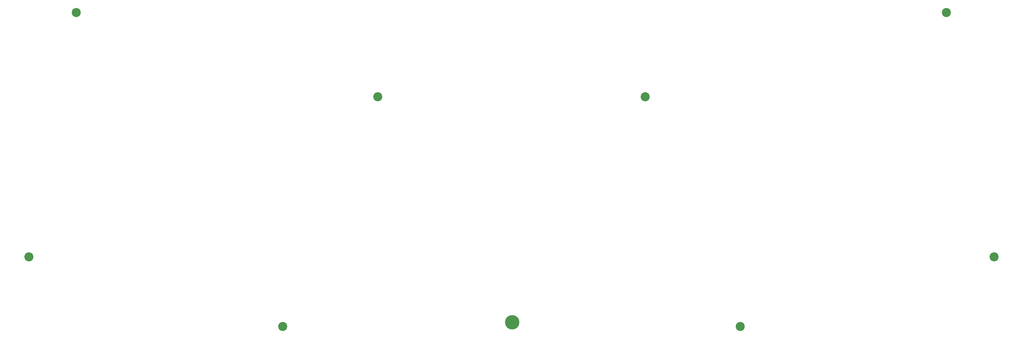
<source format=gbs>
G04 #@! TF.GenerationSoftware,KiCad,Pcbnew,9.0.7*
G04 #@! TF.CreationDate,2026-02-21T19:35:19+09:00*
G04 #@! TF.ProjectId,bottom-plate,626f7474-6f6d-42d7-906c-6174652e6b69,rev?*
G04 #@! TF.SameCoordinates,Original*
G04 #@! TF.FileFunction,Soldermask,Bot*
G04 #@! TF.FilePolarity,Negative*
%FSLAX46Y46*%
G04 Gerber Fmt 4.6, Leading zero omitted, Abs format (unit mm)*
G04 Created by KiCad (PCBNEW 9.0.7) date 2026-02-21 19:35:19*
%MOMM*%
%LPD*%
G01*
G04 APERTURE LIST*
%ADD10C,3.500000*%
%ADD11C,2.200000*%
G04 APERTURE END LIST*
D10*
X187706000Y-149479000D03*
D11*
X243174029Y-150506725D03*
X70200029Y-133615725D03*
X293339029Y-74179725D03*
X220060029Y-94626725D03*
X131922029Y-150506725D03*
X155036029Y-94626725D03*
X304896029Y-133615725D03*
X81757029Y-74179725D03*
M02*

</source>
